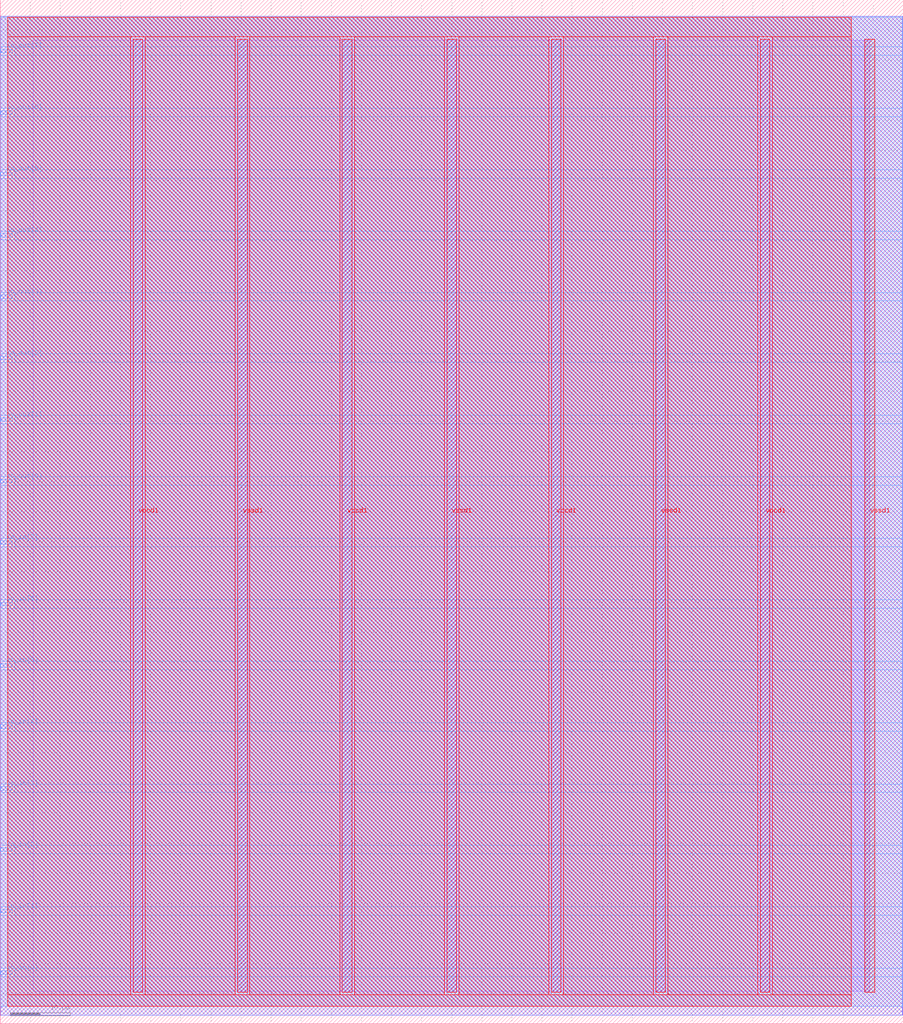
<source format=lef>
VERSION 5.7 ;
  NOWIREEXTENSIONATPIN ON ;
  DIVIDERCHAR "/" ;
  BUSBITCHARS "[]" ;
MACRO gatecat_fpga_top
  CLASS BLOCK ;
  FOREIGN gatecat_fpga_top ;
  ORIGIN 0.000 0.000 ;
  SIZE 150.000 BY 170.000 ;
  PIN io_in[0]
    DIRECTION INPUT ;
    USE SIGNAL ;
    PORT
      LAYER met3 ;
        RECT 0.000 8.200 2.000 8.800 ;
    END
  END io_in[0]
  PIN io_in[1]
    DIRECTION INPUT ;
    USE SIGNAL ;
    PORT
      LAYER met3 ;
        RECT 0.000 18.400 2.000 19.000 ;
    END
  END io_in[1]
  PIN io_in[2]
    DIRECTION INPUT ;
    USE SIGNAL ;
    PORT
      LAYER met3 ;
        RECT 0.000 28.600 2.000 29.200 ;
    END
  END io_in[2]
  PIN io_in[3]
    DIRECTION INPUT ;
    USE SIGNAL ;
    PORT
      LAYER met3 ;
        RECT 0.000 38.800 2.000 39.400 ;
    END
  END io_in[3]
  PIN io_in[4]
    DIRECTION INPUT ;
    USE SIGNAL ;
    PORT
      LAYER met3 ;
        RECT 0.000 49.000 2.000 49.600 ;
    END
  END io_in[4]
  PIN io_in[5]
    DIRECTION INPUT ;
    USE SIGNAL ;
    PORT
      LAYER met3 ;
        RECT 0.000 59.200 2.000 59.800 ;
    END
  END io_in[5]
  PIN io_in[6]
    DIRECTION INPUT ;
    USE SIGNAL ;
    PORT
      LAYER met3 ;
        RECT 0.000 69.400 2.000 70.000 ;
    END
  END io_in[6]
  PIN io_in[7]
    DIRECTION INPUT ;
    USE SIGNAL ;
    PORT
      LAYER met3 ;
        RECT 0.000 79.600 2.000 80.200 ;
    END
  END io_in[7]
  PIN io_out[0]
    DIRECTION OUTPUT TRISTATE ;
    USE SIGNAL ;
    PORT
      LAYER met3 ;
        RECT 0.000 89.800 2.000 90.400 ;
    END
  END io_out[0]
  PIN io_out[1]
    DIRECTION OUTPUT TRISTATE ;
    USE SIGNAL ;
    PORT
      LAYER met3 ;
        RECT 0.000 100.000 2.000 100.600 ;
    END
  END io_out[1]
  PIN io_out[2]
    DIRECTION OUTPUT TRISTATE ;
    USE SIGNAL ;
    PORT
      LAYER met3 ;
        RECT 0.000 110.200 2.000 110.800 ;
    END
  END io_out[2]
  PIN io_out[3]
    DIRECTION OUTPUT TRISTATE ;
    USE SIGNAL ;
    PORT
      LAYER met3 ;
        RECT 0.000 120.400 2.000 121.000 ;
    END
  END io_out[3]
  PIN io_out[4]
    DIRECTION OUTPUT TRISTATE ;
    USE SIGNAL ;
    PORT
      LAYER met3 ;
        RECT 0.000 130.600 2.000 131.200 ;
    END
  END io_out[4]
  PIN io_out[5]
    DIRECTION OUTPUT TRISTATE ;
    USE SIGNAL ;
    PORT
      LAYER met3 ;
        RECT 0.000 140.800 2.000 141.400 ;
    END
  END io_out[5]
  PIN io_out[6]
    DIRECTION OUTPUT TRISTATE ;
    USE SIGNAL ;
    PORT
      LAYER met3 ;
        RECT 0.000 151.000 2.000 151.600 ;
    END
  END io_out[6]
  PIN io_out[7]
    DIRECTION OUTPUT TRISTATE ;
    USE SIGNAL ;
    PORT
      LAYER met3 ;
        RECT 0.000 161.200 2.000 161.800 ;
    END
  END io_out[7]
  PIN vccd1
    DIRECTION INOUT ;
    USE POWER ;
    PORT
      LAYER met4 ;
        RECT 22.085 5.200 23.685 163.440 ;
    END
    PORT
      LAYER met4 ;
        RECT 56.815 5.200 58.415 163.440 ;
    END
    PORT
      LAYER met4 ;
        RECT 91.545 5.200 93.145 163.440 ;
    END
    PORT
      LAYER met4 ;
        RECT 126.275 5.200 127.875 163.440 ;
    END
  END vccd1
  PIN vssd1
    DIRECTION INOUT ;
    USE GROUND ;
    PORT
      LAYER met4 ;
        RECT 39.450 5.200 41.050 163.440 ;
    END
    PORT
      LAYER met4 ;
        RECT 74.180 5.200 75.780 163.440 ;
    END
    PORT
      LAYER met4 ;
        RECT 108.910 5.200 110.510 163.440 ;
    END
    PORT
      LAYER met4 ;
        RECT 143.640 5.200 145.240 163.440 ;
    END
  END vssd1
  OBS
      LAYER li1 ;
        RECT 5.520 5.355 144.440 163.285 ;
      LAYER met1 ;
        RECT 0.070 1.400 149.890 167.240 ;
      LAYER met2 ;
        RECT 0.090 1.370 149.870 167.270 ;
      LAYER met3 ;
        RECT 0.065 162.200 149.895 167.105 ;
        RECT 2.400 160.800 149.895 162.200 ;
        RECT 0.065 152.000 149.895 160.800 ;
        RECT 2.400 150.600 149.895 152.000 ;
        RECT 0.065 141.800 149.895 150.600 ;
        RECT 2.400 140.400 149.895 141.800 ;
        RECT 0.065 131.600 149.895 140.400 ;
        RECT 2.400 130.200 149.895 131.600 ;
        RECT 0.065 121.400 149.895 130.200 ;
        RECT 2.400 120.000 149.895 121.400 ;
        RECT 0.065 111.200 149.895 120.000 ;
        RECT 2.400 109.800 149.895 111.200 ;
        RECT 0.065 101.000 149.895 109.800 ;
        RECT 2.400 99.600 149.895 101.000 ;
        RECT 0.065 90.800 149.895 99.600 ;
        RECT 2.400 89.400 149.895 90.800 ;
        RECT 0.065 80.600 149.895 89.400 ;
        RECT 2.400 79.200 149.895 80.600 ;
        RECT 0.065 70.400 149.895 79.200 ;
        RECT 2.400 69.000 149.895 70.400 ;
        RECT 0.065 60.200 149.895 69.000 ;
        RECT 2.400 58.800 149.895 60.200 ;
        RECT 0.065 50.000 149.895 58.800 ;
        RECT 2.400 48.600 149.895 50.000 ;
        RECT 0.065 39.800 149.895 48.600 ;
        RECT 2.400 38.400 149.895 39.800 ;
        RECT 0.065 29.600 149.895 38.400 ;
        RECT 2.400 28.200 149.895 29.600 ;
        RECT 0.065 19.400 149.895 28.200 ;
        RECT 2.400 18.000 149.895 19.400 ;
        RECT 0.065 9.200 149.895 18.000 ;
        RECT 2.400 7.800 149.895 9.200 ;
        RECT 0.065 2.895 149.895 7.800 ;
      LAYER met4 ;
        RECT 1.215 163.840 141.385 167.105 ;
        RECT 1.215 4.800 21.685 163.840 ;
        RECT 24.085 4.800 39.050 163.840 ;
        RECT 41.450 4.800 56.415 163.840 ;
        RECT 58.815 4.800 73.780 163.840 ;
        RECT 76.180 4.800 91.145 163.840 ;
        RECT 93.545 4.800 108.510 163.840 ;
        RECT 110.910 4.800 125.875 163.840 ;
        RECT 128.275 4.800 141.385 163.840 ;
        RECT 1.215 2.895 141.385 4.800 ;
  END
END gatecat_fpga_top
END LIBRARY


</source>
